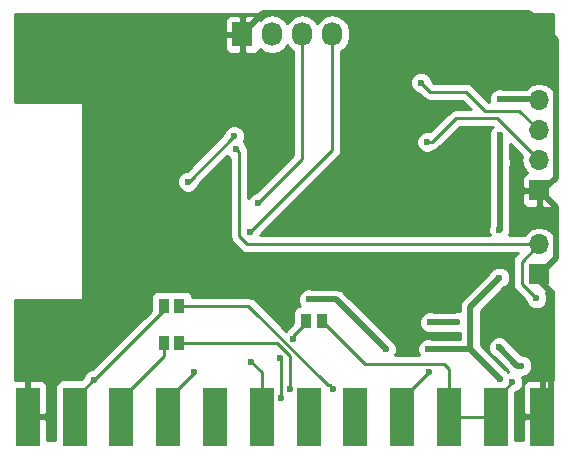
<source format=gbl>
G04 #@! TF.FileFunction,Copper,L2,Bot,Signal*
%FSLAX46Y46*%
G04 Gerber Fmt 4.6, Leading zero omitted, Abs format (unit mm)*
G04 Created by KiCad (PCBNEW 4.0.6) date Sat Aug  5 17:49:28 2017*
%MOMM*%
%LPD*%
G01*
G04 APERTURE LIST*
%ADD10C,0.100000*%
%ADD11R,1.727200X2.032000*%
%ADD12O,1.727200X2.032000*%
%ADD13R,0.970000X1.270000*%
%ADD14R,1.700000X1.700000*%
%ADD15O,1.700000X1.700000*%
%ADD16R,2.000000X5.000000*%
%ADD17C,0.600000*%
%ADD18C,0.508000*%
%ADD19C,0.254000*%
G04 APERTURE END LIST*
D10*
D11*
X82804000Y-110998000D03*
D12*
X85344000Y-110998000D03*
X87884000Y-110998000D03*
X90424000Y-110998000D03*
D13*
X77475000Y-133985000D03*
X76195000Y-133985000D03*
X88240000Y-135255000D03*
X89520000Y-135255000D03*
X77475000Y-137160000D03*
X76195000Y-137160000D03*
D14*
X107950000Y-124206000D03*
D15*
X107950000Y-121666000D03*
X107950000Y-119126000D03*
X107950000Y-116586000D03*
D14*
X107950000Y-131318000D03*
D15*
X107950000Y-128778000D03*
D16*
X108215000Y-143360000D03*
X104255000Y-143360000D03*
X100295000Y-143360000D03*
X96335000Y-143360000D03*
X92375000Y-143360000D03*
X88415000Y-143360000D03*
X84455000Y-143360000D03*
X80495000Y-143360000D03*
X76535000Y-143360000D03*
X72575000Y-143360000D03*
X68615000Y-143360000D03*
X64655000Y-143360000D03*
D17*
X106426000Y-139039600D03*
X104540006Y-137500000D03*
X98720000Y-135380000D03*
X100990000Y-135380000D03*
X69773800Y-130124200D03*
X91186000Y-130352800D03*
X64660000Y-139550000D03*
X90500000Y-141010000D03*
X70220000Y-140300000D03*
X87119628Y-136782266D03*
X86033974Y-138386027D03*
X86050000Y-141780000D03*
X105660000Y-140410000D03*
X86859970Y-141057839D03*
X88442800Y-133426200D03*
X94970600Y-137668000D03*
X104572968Y-127570000D03*
X104572968Y-131590000D03*
X98558990Y-137650000D03*
X104600000Y-140160000D03*
X104600000Y-121840000D03*
X104600000Y-119560000D03*
X104610000Y-116500000D03*
X98600000Y-139610008D03*
X78760000Y-139610000D03*
X98440000Y-120110000D03*
X97940000Y-115090000D03*
X82245200Y-120700800D03*
X107700000Y-133339994D03*
X83439000Y-127762000D03*
X84150200Y-125298200D03*
X83540600Y-138709400D03*
X78206600Y-123469400D03*
X82118200Y-119608600D03*
D18*
X106079606Y-139039600D02*
X106426000Y-139039600D01*
X104540006Y-137500000D02*
X106079606Y-139039600D01*
X100990000Y-135380000D02*
X98720000Y-135380000D01*
X90957400Y-130124200D02*
X69773800Y-130124200D01*
X91186000Y-130352800D02*
X90957400Y-130124200D01*
X107950000Y-124206000D02*
X108305600Y-124206000D01*
X108305600Y-124206000D02*
X109372400Y-123139200D01*
X84582000Y-109220000D02*
X82804000Y-110998000D01*
X107086400Y-109220000D02*
X84582000Y-109220000D01*
X109372400Y-111506000D02*
X107086400Y-109220000D01*
X109372400Y-123139200D02*
X109372400Y-111506000D01*
X107950000Y-131318000D02*
X107975400Y-131318000D01*
X107975400Y-131318000D02*
X109372400Y-129921000D01*
X109372400Y-125628400D02*
X107950000Y-124206000D01*
X109372400Y-129921000D02*
X109372400Y-125628400D01*
X107950000Y-131318000D02*
X107950000Y-131826000D01*
X107950000Y-131826000D02*
X108966000Y-132842000D01*
X108966000Y-132842000D02*
X108966000Y-142609000D01*
X108966000Y-142609000D02*
X108215000Y-143360000D01*
X82804000Y-110998000D02*
X82804000Y-110845600D01*
X64655000Y-143360000D02*
X64655000Y-139555000D01*
X64655000Y-139555000D02*
X64660000Y-139550000D01*
X108610000Y-141200000D02*
X108610000Y-142965000D01*
X108610000Y-142965000D02*
X108215000Y-143360000D01*
X107950000Y-124206000D02*
X108206000Y-124206000D01*
D19*
X83314478Y-133985000D02*
X78214000Y-133985000D01*
X78214000Y-133985000D02*
X77475000Y-133985000D01*
X90039479Y-140710001D02*
X83314478Y-133985000D01*
X90200001Y-140710001D02*
X90039479Y-140710001D01*
X90500000Y-141010000D02*
X90200001Y-140710001D01*
X70220000Y-140300000D02*
X76195000Y-134325000D01*
X76195000Y-134325000D02*
X76195000Y-133985000D01*
X68615000Y-141860000D02*
X70175000Y-140300000D01*
X68615000Y-143360000D02*
X68615000Y-141860000D01*
X70175000Y-140300000D02*
X70220000Y-140300000D01*
X87119628Y-136525372D02*
X87119628Y-136782266D01*
X86050000Y-138402053D02*
X86033974Y-138386027D01*
X88240000Y-135405000D02*
X87119628Y-136525372D01*
X88240000Y-135255000D02*
X88240000Y-135405000D01*
X86050000Y-141780000D02*
X86050000Y-138402053D01*
X104255000Y-143360000D02*
X103001000Y-143360000D01*
X103001000Y-143360000D02*
X100295000Y-143360000D01*
X100295000Y-143360000D02*
X100295000Y-139345000D01*
X100295000Y-139345000D02*
X99878998Y-138928998D01*
X99878998Y-138928998D02*
X93178998Y-138928998D01*
X93178998Y-138928998D02*
X89520000Y-135270000D01*
X89520000Y-135270000D02*
X89520000Y-135255000D01*
X105660000Y-140455000D02*
X105660000Y-140410000D01*
X104255000Y-141860000D02*
X105660000Y-140455000D01*
X104255000Y-143360000D02*
X104255000Y-141860000D01*
X86859970Y-140633575D02*
X86859970Y-141057839D01*
X86859970Y-138248928D02*
X86859970Y-140633575D01*
X85771042Y-137160000D02*
X86859970Y-138248928D01*
X77475000Y-137160000D02*
X85771042Y-137160000D01*
X76195000Y-137160000D02*
X76195000Y-138240000D01*
X72575000Y-143360000D02*
X72575000Y-141860000D01*
X72575000Y-141860000D02*
X76195000Y-138240000D01*
D18*
X88867064Y-133426200D02*
X88442800Y-133426200D01*
X94970600Y-137668000D02*
X90728800Y-133426200D01*
X90728800Y-133426200D02*
X88867064Y-133426200D01*
X102090000Y-137650000D02*
X102090000Y-134072968D01*
X104600000Y-127542968D02*
X104572968Y-127570000D01*
X104272969Y-131889999D02*
X104572968Y-131590000D01*
X104600000Y-121840000D02*
X104600000Y-127542968D01*
X102090000Y-134072968D02*
X104272969Y-131889999D01*
X102090000Y-137650000D02*
X98983254Y-137650000D01*
X104600000Y-140160000D02*
X102090000Y-137650000D01*
X98983254Y-137650000D02*
X98558990Y-137650000D01*
X104600000Y-119560000D02*
X104600000Y-121840000D01*
X104610000Y-116500000D02*
X107864000Y-116500000D01*
X107864000Y-116500000D02*
X107950000Y-116586000D01*
D19*
X98584992Y-139610008D02*
X98600000Y-139610008D01*
X96335000Y-143360000D02*
X96335000Y-141860000D01*
X96335000Y-141860000D02*
X98584992Y-139610008D01*
X92375000Y-143360000D02*
X92375000Y-141860000D01*
X78760000Y-139635000D02*
X78760000Y-139610000D01*
X76535000Y-141860000D02*
X78760000Y-139635000D01*
X76535000Y-143360000D02*
X76535000Y-141860000D01*
X107950000Y-121666000D02*
X104354000Y-118070000D01*
X104354000Y-118070000D02*
X100904264Y-118070000D01*
X100904264Y-118070000D02*
X98864264Y-120110000D01*
X98864264Y-120110000D02*
X98440000Y-120110000D01*
X97940000Y-115090000D02*
X98690000Y-115840000D01*
X106274000Y-117450000D02*
X107950000Y-119126000D01*
X98690000Y-115840000D02*
X101740000Y-115840000D01*
X101740000Y-115840000D02*
X103350000Y-117450000D01*
X103350000Y-117450000D02*
X106274000Y-117450000D01*
X107950000Y-128778000D02*
X83210400Y-128778000D01*
X82545199Y-121000799D02*
X82245200Y-120700800D01*
X83210400Y-128778000D02*
X82545199Y-128112799D01*
X82545199Y-128112799D02*
X82545199Y-121000799D01*
X107400001Y-133039995D02*
X107700000Y-133339994D01*
X107950000Y-128778000D02*
X106470000Y-130258000D01*
X106470000Y-130258000D02*
X106470000Y-132109994D01*
X106470000Y-132109994D02*
X107400001Y-133039995D01*
X83738999Y-127462001D02*
X83439000Y-127762000D01*
X90424000Y-120777000D02*
X83738999Y-127462001D01*
X90424000Y-110998000D02*
X90424000Y-120777000D01*
X87884000Y-110998000D02*
X87884000Y-121564400D01*
X87884000Y-121564400D02*
X84150200Y-125298200D01*
X87884000Y-110998000D02*
X87832000Y-110998000D01*
X83540600Y-138709400D02*
X84455000Y-139623800D01*
X84455000Y-139623800D02*
X84455000Y-143360000D01*
X84455000Y-142163800D02*
X84455000Y-143360000D01*
X78257400Y-123469400D02*
X78206600Y-123469400D01*
X82118200Y-119608600D02*
X78257400Y-123469400D01*
G36*
X109145000Y-115709333D02*
X109029147Y-115535946D01*
X108547378Y-115214039D01*
X107979093Y-115101000D01*
X107920907Y-115101000D01*
X107352622Y-115214039D01*
X106870853Y-115535946D01*
X106820704Y-115611000D01*
X104907189Y-115611000D01*
X104796799Y-115565162D01*
X104424833Y-115564838D01*
X104081057Y-115706883D01*
X103817808Y-115969673D01*
X103675162Y-116313201D01*
X103674838Y-116685167D01*
X103676009Y-116688000D01*
X103665630Y-116688000D01*
X102278815Y-115301185D01*
X102148392Y-115214039D01*
X102031605Y-115136004D01*
X101740000Y-115078000D01*
X99005630Y-115078000D01*
X98875125Y-114947495D01*
X98875162Y-114904833D01*
X98733117Y-114561057D01*
X98470327Y-114297808D01*
X98126799Y-114155162D01*
X97754833Y-114154838D01*
X97411057Y-114296883D01*
X97147808Y-114559673D01*
X97005162Y-114903201D01*
X97004838Y-115275167D01*
X97146883Y-115618943D01*
X97409673Y-115882192D01*
X97753201Y-116024838D01*
X97797246Y-116024876D01*
X98151185Y-116378815D01*
X98398395Y-116543996D01*
X98690000Y-116602000D01*
X101424370Y-116602000D01*
X102130370Y-117308000D01*
X100904264Y-117308000D01*
X100612659Y-117366004D01*
X100550812Y-117407329D01*
X100365449Y-117531184D01*
X98693694Y-119202940D01*
X98626799Y-119175162D01*
X98254833Y-119174838D01*
X97911057Y-119316883D01*
X97647808Y-119579673D01*
X97505162Y-119923201D01*
X97504838Y-120295167D01*
X97646883Y-120638943D01*
X97909673Y-120902192D01*
X98253201Y-121044838D01*
X98625167Y-121045162D01*
X98968943Y-120903117D01*
X99033920Y-120838253D01*
X99155869Y-120813996D01*
X99403079Y-120648815D01*
X101219895Y-118832000D01*
X104005826Y-118832000D01*
X103807808Y-119029673D01*
X103665162Y-119373201D01*
X103664838Y-119745167D01*
X103711000Y-119856888D01*
X103711000Y-121542811D01*
X103665162Y-121653201D01*
X103664838Y-122025167D01*
X103711000Y-122136888D01*
X103711000Y-127207711D01*
X103638130Y-127383201D01*
X103637806Y-127755167D01*
X103745580Y-128016000D01*
X84345934Y-128016000D01*
X84373838Y-127948799D01*
X84373876Y-127904754D01*
X90962815Y-121315815D01*
X91127996Y-121068605D01*
X91132659Y-121045162D01*
X91186000Y-120777000D01*
X91186000Y-112441312D01*
X91483670Y-112242415D01*
X91808526Y-111756234D01*
X91922600Y-111182745D01*
X91922600Y-110813255D01*
X91808526Y-110239766D01*
X91483670Y-109753585D01*
X90997489Y-109428729D01*
X90424000Y-109314655D01*
X89850511Y-109428729D01*
X89364330Y-109753585D01*
X89154000Y-110068366D01*
X88943670Y-109753585D01*
X88457489Y-109428729D01*
X87884000Y-109314655D01*
X87310511Y-109428729D01*
X86824330Y-109753585D01*
X86614000Y-110068366D01*
X86403670Y-109753585D01*
X85917489Y-109428729D01*
X85344000Y-109314655D01*
X84770511Y-109428729D01*
X84284330Y-109753585D01*
X84269500Y-109775780D01*
X84205927Y-109622301D01*
X84027298Y-109443673D01*
X83793909Y-109347000D01*
X83089750Y-109347000D01*
X82931000Y-109505750D01*
X82931000Y-110871000D01*
X82951000Y-110871000D01*
X82951000Y-111125000D01*
X82931000Y-111125000D01*
X82931000Y-112490250D01*
X83089750Y-112649000D01*
X83793909Y-112649000D01*
X84027298Y-112552327D01*
X84205927Y-112373699D01*
X84269500Y-112220220D01*
X84284330Y-112242415D01*
X84770511Y-112567271D01*
X85344000Y-112681345D01*
X85917489Y-112567271D01*
X86403670Y-112242415D01*
X86614000Y-111927634D01*
X86824330Y-112242415D01*
X87122000Y-112441312D01*
X87122000Y-121248769D01*
X84007695Y-124363075D01*
X83965033Y-124363038D01*
X83621257Y-124505083D01*
X83358008Y-124767873D01*
X83307199Y-124890234D01*
X83307199Y-121000799D01*
X83249195Y-120709194D01*
X83183033Y-120610176D01*
X83180283Y-120606061D01*
X83180362Y-120515633D01*
X83038317Y-120171857D01*
X82938315Y-120071681D01*
X83053038Y-119795399D01*
X83053362Y-119423433D01*
X82911317Y-119079657D01*
X82648527Y-118816408D01*
X82304999Y-118673762D01*
X81933033Y-118673438D01*
X81589257Y-118815483D01*
X81326008Y-119078273D01*
X81183362Y-119421801D01*
X81183324Y-119465845D01*
X78114851Y-122534319D01*
X78021433Y-122534238D01*
X77677657Y-122676283D01*
X77414408Y-122939073D01*
X77271762Y-123282601D01*
X77271438Y-123654567D01*
X77413483Y-123998343D01*
X77676273Y-124261592D01*
X78019801Y-124404238D01*
X78391767Y-124404562D01*
X78735543Y-124262517D01*
X78998792Y-123999727D01*
X79136614Y-123667816D01*
X81513332Y-121291099D01*
X81714873Y-121492992D01*
X81783199Y-121521364D01*
X81783199Y-128112799D01*
X81841203Y-128404404D01*
X81941907Y-128555117D01*
X82006384Y-128651614D01*
X82671584Y-129316815D01*
X82918795Y-129481996D01*
X83210400Y-129540000D01*
X106110370Y-129540000D01*
X105931185Y-129719185D01*
X105766004Y-129966395D01*
X105708000Y-130258000D01*
X105708000Y-132109994D01*
X105766004Y-132401599D01*
X105920677Y-132633083D01*
X105931185Y-132648809D01*
X106764875Y-133482499D01*
X106764838Y-133525161D01*
X106906883Y-133868937D01*
X107169673Y-134132186D01*
X107513201Y-134274832D01*
X107885167Y-134275156D01*
X108228943Y-134133111D01*
X108492192Y-133870321D01*
X108634838Y-133526793D01*
X108635162Y-133154827D01*
X108493117Y-132811051D01*
X108485080Y-132803000D01*
X108926309Y-132803000D01*
X109145000Y-132712415D01*
X109145000Y-140225000D01*
X108500750Y-140225000D01*
X108342000Y-140383750D01*
X108342000Y-143233000D01*
X108362000Y-143233000D01*
X108362000Y-143487000D01*
X108342000Y-143487000D01*
X108342000Y-143507000D01*
X108088000Y-143507000D01*
X108088000Y-143487000D01*
X106738750Y-143487000D01*
X106580000Y-143645750D01*
X106580000Y-145340000D01*
X105902440Y-145340000D01*
X105902440Y-141321497D01*
X106188943Y-141203117D01*
X106452192Y-140940327D01*
X106537995Y-140733690D01*
X106580000Y-140733690D01*
X106580000Y-143074250D01*
X106738750Y-143233000D01*
X108088000Y-143233000D01*
X108088000Y-140383750D01*
X107929250Y-140225000D01*
X107088691Y-140225000D01*
X106855302Y-140321673D01*
X106676673Y-140500301D01*
X106580000Y-140733690D01*
X106537995Y-140733690D01*
X106594838Y-140596799D01*
X106595162Y-140224833D01*
X106491792Y-139974658D01*
X106611167Y-139974762D01*
X106954943Y-139832717D01*
X107218192Y-139569927D01*
X107360838Y-139226399D01*
X107361162Y-138854433D01*
X107219117Y-138510657D01*
X106956327Y-138247408D01*
X106612799Y-138104762D01*
X106401820Y-138104578D01*
X105378768Y-137081526D01*
X105333123Y-136971057D01*
X105070333Y-136707808D01*
X104726805Y-136565162D01*
X104354839Y-136564838D01*
X104011063Y-136706883D01*
X103747814Y-136969673D01*
X103605168Y-137313201D01*
X103604844Y-137685167D01*
X103746889Y-138028943D01*
X104009679Y-138292192D01*
X104121319Y-138338549D01*
X105321121Y-139538351D01*
X105306573Y-139544362D01*
X105130327Y-139367808D01*
X105018687Y-139321451D01*
X102979000Y-137281764D01*
X102979000Y-134441204D01*
X104991442Y-132428762D01*
X105101911Y-132383117D01*
X105365160Y-132120327D01*
X105507806Y-131776799D01*
X105508130Y-131404833D01*
X105366085Y-131061057D01*
X105103295Y-130797808D01*
X104759767Y-130655162D01*
X104387801Y-130654838D01*
X104044025Y-130796883D01*
X103780776Y-131059673D01*
X103734419Y-131171313D01*
X101461382Y-133444350D01*
X101268671Y-133732762D01*
X101201000Y-134072968D01*
X101201000Y-134455211D01*
X101176799Y-134445162D01*
X100804833Y-134444838D01*
X100693112Y-134491000D01*
X99017189Y-134491000D01*
X98906799Y-134445162D01*
X98534833Y-134444838D01*
X98191057Y-134586883D01*
X97927808Y-134849673D01*
X97785162Y-135193201D01*
X97784838Y-135565167D01*
X97926883Y-135908943D01*
X98189673Y-136172192D01*
X98533201Y-136314838D01*
X98905167Y-136315162D01*
X99016888Y-136269000D01*
X100692811Y-136269000D01*
X100803201Y-136314838D01*
X101175167Y-136315162D01*
X101201000Y-136304488D01*
X101201000Y-136761000D01*
X98856179Y-136761000D01*
X98745789Y-136715162D01*
X98373823Y-136714838D01*
X98030047Y-136856883D01*
X97766798Y-137119673D01*
X97624152Y-137463201D01*
X97623828Y-137835167D01*
X97760937Y-138166998D01*
X95775801Y-138166998D01*
X95905438Y-137854799D01*
X95905762Y-137482833D01*
X95763717Y-137139057D01*
X95500927Y-136875808D01*
X95389287Y-136829451D01*
X91357418Y-132797582D01*
X91291548Y-132753569D01*
X91069006Y-132604871D01*
X90728800Y-132537200D01*
X88739989Y-132537200D01*
X88629599Y-132491362D01*
X88257633Y-132491038D01*
X87913857Y-132633083D01*
X87650608Y-132895873D01*
X87507962Y-133239401D01*
X87507638Y-133611367D01*
X87649683Y-133955143D01*
X87680974Y-133986489D01*
X87519683Y-134016838D01*
X87303559Y-134155910D01*
X87158569Y-134368110D01*
X87107560Y-134620000D01*
X87107560Y-135459810D01*
X86580813Y-135986557D01*
X86555837Y-136023937D01*
X86493386Y-136086278D01*
X83853293Y-133446185D01*
X83850547Y-133444350D01*
X83606083Y-133281004D01*
X83314478Y-133223000D01*
X78583543Y-133223000D01*
X78563162Y-133114683D01*
X78424090Y-132898559D01*
X78211890Y-132753569D01*
X77960000Y-132702560D01*
X76990000Y-132702560D01*
X76829310Y-132732796D01*
X76680000Y-132702560D01*
X75710000Y-132702560D01*
X75474683Y-132746838D01*
X75258559Y-132885910D01*
X75113569Y-133098110D01*
X75062560Y-133350000D01*
X75062560Y-134379810D01*
X70077495Y-139364875D01*
X70034833Y-139364838D01*
X69691057Y-139506883D01*
X69427808Y-139769673D01*
X69285867Y-140111503D01*
X69184810Y-140212560D01*
X67615000Y-140212560D01*
X67379683Y-140256838D01*
X67163559Y-140395910D01*
X67018569Y-140608110D01*
X66967560Y-140860000D01*
X66967560Y-145340000D01*
X66290000Y-145340000D01*
X66290000Y-143645750D01*
X66131250Y-143487000D01*
X64782000Y-143487000D01*
X64782000Y-143507000D01*
X64528000Y-143507000D01*
X64528000Y-143487000D01*
X64508000Y-143487000D01*
X64508000Y-143233000D01*
X64528000Y-143233000D01*
X64528000Y-140383750D01*
X64782000Y-140383750D01*
X64782000Y-143233000D01*
X66131250Y-143233000D01*
X66290000Y-143074250D01*
X66290000Y-140733690D01*
X66193327Y-140500301D01*
X66014698Y-140321673D01*
X65781309Y-140225000D01*
X64940750Y-140225000D01*
X64782000Y-140383750D01*
X64528000Y-140383750D01*
X64369250Y-140225000D01*
X63575000Y-140225000D01*
X63575000Y-133477000D01*
X69215000Y-133477000D01*
X69261159Y-133468315D01*
X69303553Y-133441035D01*
X69331994Y-133399410D01*
X69342000Y-133350000D01*
X69342000Y-116840000D01*
X69333315Y-116793841D01*
X69306035Y-116751447D01*
X69264410Y-116723006D01*
X69215000Y-116713000D01*
X63575000Y-116713000D01*
X63575000Y-111283750D01*
X81305400Y-111283750D01*
X81305400Y-112140310D01*
X81402073Y-112373699D01*
X81580702Y-112552327D01*
X81814091Y-112649000D01*
X82518250Y-112649000D01*
X82677000Y-112490250D01*
X82677000Y-111125000D01*
X81464150Y-111125000D01*
X81305400Y-111283750D01*
X63575000Y-111283750D01*
X63575000Y-109855690D01*
X81305400Y-109855690D01*
X81305400Y-110712250D01*
X81464150Y-110871000D01*
X82677000Y-110871000D01*
X82677000Y-109505750D01*
X82518250Y-109347000D01*
X81814091Y-109347000D01*
X81580702Y-109443673D01*
X81402073Y-109622301D01*
X81305400Y-109855690D01*
X63575000Y-109855690D01*
X63575000Y-109295000D01*
X109145000Y-109295000D01*
X109145000Y-115709333D01*
X109145000Y-115709333D01*
G37*
X109145000Y-115709333D02*
X109029147Y-115535946D01*
X108547378Y-115214039D01*
X107979093Y-115101000D01*
X107920907Y-115101000D01*
X107352622Y-115214039D01*
X106870853Y-115535946D01*
X106820704Y-115611000D01*
X104907189Y-115611000D01*
X104796799Y-115565162D01*
X104424833Y-115564838D01*
X104081057Y-115706883D01*
X103817808Y-115969673D01*
X103675162Y-116313201D01*
X103674838Y-116685167D01*
X103676009Y-116688000D01*
X103665630Y-116688000D01*
X102278815Y-115301185D01*
X102148392Y-115214039D01*
X102031605Y-115136004D01*
X101740000Y-115078000D01*
X99005630Y-115078000D01*
X98875125Y-114947495D01*
X98875162Y-114904833D01*
X98733117Y-114561057D01*
X98470327Y-114297808D01*
X98126799Y-114155162D01*
X97754833Y-114154838D01*
X97411057Y-114296883D01*
X97147808Y-114559673D01*
X97005162Y-114903201D01*
X97004838Y-115275167D01*
X97146883Y-115618943D01*
X97409673Y-115882192D01*
X97753201Y-116024838D01*
X97797246Y-116024876D01*
X98151185Y-116378815D01*
X98398395Y-116543996D01*
X98690000Y-116602000D01*
X101424370Y-116602000D01*
X102130370Y-117308000D01*
X100904264Y-117308000D01*
X100612659Y-117366004D01*
X100550812Y-117407329D01*
X100365449Y-117531184D01*
X98693694Y-119202940D01*
X98626799Y-119175162D01*
X98254833Y-119174838D01*
X97911057Y-119316883D01*
X97647808Y-119579673D01*
X97505162Y-119923201D01*
X97504838Y-120295167D01*
X97646883Y-120638943D01*
X97909673Y-120902192D01*
X98253201Y-121044838D01*
X98625167Y-121045162D01*
X98968943Y-120903117D01*
X99033920Y-120838253D01*
X99155869Y-120813996D01*
X99403079Y-120648815D01*
X101219895Y-118832000D01*
X104005826Y-118832000D01*
X103807808Y-119029673D01*
X103665162Y-119373201D01*
X103664838Y-119745167D01*
X103711000Y-119856888D01*
X103711000Y-121542811D01*
X103665162Y-121653201D01*
X103664838Y-122025167D01*
X103711000Y-122136888D01*
X103711000Y-127207711D01*
X103638130Y-127383201D01*
X103637806Y-127755167D01*
X103745580Y-128016000D01*
X84345934Y-128016000D01*
X84373838Y-127948799D01*
X84373876Y-127904754D01*
X90962815Y-121315815D01*
X91127996Y-121068605D01*
X91132659Y-121045162D01*
X91186000Y-120777000D01*
X91186000Y-112441312D01*
X91483670Y-112242415D01*
X91808526Y-111756234D01*
X91922600Y-111182745D01*
X91922600Y-110813255D01*
X91808526Y-110239766D01*
X91483670Y-109753585D01*
X90997489Y-109428729D01*
X90424000Y-109314655D01*
X89850511Y-109428729D01*
X89364330Y-109753585D01*
X89154000Y-110068366D01*
X88943670Y-109753585D01*
X88457489Y-109428729D01*
X87884000Y-109314655D01*
X87310511Y-109428729D01*
X86824330Y-109753585D01*
X86614000Y-110068366D01*
X86403670Y-109753585D01*
X85917489Y-109428729D01*
X85344000Y-109314655D01*
X84770511Y-109428729D01*
X84284330Y-109753585D01*
X84269500Y-109775780D01*
X84205927Y-109622301D01*
X84027298Y-109443673D01*
X83793909Y-109347000D01*
X83089750Y-109347000D01*
X82931000Y-109505750D01*
X82931000Y-110871000D01*
X82951000Y-110871000D01*
X82951000Y-111125000D01*
X82931000Y-111125000D01*
X82931000Y-112490250D01*
X83089750Y-112649000D01*
X83793909Y-112649000D01*
X84027298Y-112552327D01*
X84205927Y-112373699D01*
X84269500Y-112220220D01*
X84284330Y-112242415D01*
X84770511Y-112567271D01*
X85344000Y-112681345D01*
X85917489Y-112567271D01*
X86403670Y-112242415D01*
X86614000Y-111927634D01*
X86824330Y-112242415D01*
X87122000Y-112441312D01*
X87122000Y-121248769D01*
X84007695Y-124363075D01*
X83965033Y-124363038D01*
X83621257Y-124505083D01*
X83358008Y-124767873D01*
X83307199Y-124890234D01*
X83307199Y-121000799D01*
X83249195Y-120709194D01*
X83183033Y-120610176D01*
X83180283Y-120606061D01*
X83180362Y-120515633D01*
X83038317Y-120171857D01*
X82938315Y-120071681D01*
X83053038Y-119795399D01*
X83053362Y-119423433D01*
X82911317Y-119079657D01*
X82648527Y-118816408D01*
X82304999Y-118673762D01*
X81933033Y-118673438D01*
X81589257Y-118815483D01*
X81326008Y-119078273D01*
X81183362Y-119421801D01*
X81183324Y-119465845D01*
X78114851Y-122534319D01*
X78021433Y-122534238D01*
X77677657Y-122676283D01*
X77414408Y-122939073D01*
X77271762Y-123282601D01*
X77271438Y-123654567D01*
X77413483Y-123998343D01*
X77676273Y-124261592D01*
X78019801Y-124404238D01*
X78391767Y-124404562D01*
X78735543Y-124262517D01*
X78998792Y-123999727D01*
X79136614Y-123667816D01*
X81513332Y-121291099D01*
X81714873Y-121492992D01*
X81783199Y-121521364D01*
X81783199Y-128112799D01*
X81841203Y-128404404D01*
X81941907Y-128555117D01*
X82006384Y-128651614D01*
X82671584Y-129316815D01*
X82918795Y-129481996D01*
X83210400Y-129540000D01*
X106110370Y-129540000D01*
X105931185Y-129719185D01*
X105766004Y-129966395D01*
X105708000Y-130258000D01*
X105708000Y-132109994D01*
X105766004Y-132401599D01*
X105920677Y-132633083D01*
X105931185Y-132648809D01*
X106764875Y-133482499D01*
X106764838Y-133525161D01*
X106906883Y-133868937D01*
X107169673Y-134132186D01*
X107513201Y-134274832D01*
X107885167Y-134275156D01*
X108228943Y-134133111D01*
X108492192Y-133870321D01*
X108634838Y-133526793D01*
X108635162Y-133154827D01*
X108493117Y-132811051D01*
X108485080Y-132803000D01*
X108926309Y-132803000D01*
X109145000Y-132712415D01*
X109145000Y-140225000D01*
X108500750Y-140225000D01*
X108342000Y-140383750D01*
X108342000Y-143233000D01*
X108362000Y-143233000D01*
X108362000Y-143487000D01*
X108342000Y-143487000D01*
X108342000Y-143507000D01*
X108088000Y-143507000D01*
X108088000Y-143487000D01*
X106738750Y-143487000D01*
X106580000Y-143645750D01*
X106580000Y-145340000D01*
X105902440Y-145340000D01*
X105902440Y-141321497D01*
X106188943Y-141203117D01*
X106452192Y-140940327D01*
X106537995Y-140733690D01*
X106580000Y-140733690D01*
X106580000Y-143074250D01*
X106738750Y-143233000D01*
X108088000Y-143233000D01*
X108088000Y-140383750D01*
X107929250Y-140225000D01*
X107088691Y-140225000D01*
X106855302Y-140321673D01*
X106676673Y-140500301D01*
X106580000Y-140733690D01*
X106537995Y-140733690D01*
X106594838Y-140596799D01*
X106595162Y-140224833D01*
X106491792Y-139974658D01*
X106611167Y-139974762D01*
X106954943Y-139832717D01*
X107218192Y-139569927D01*
X107360838Y-139226399D01*
X107361162Y-138854433D01*
X107219117Y-138510657D01*
X106956327Y-138247408D01*
X106612799Y-138104762D01*
X106401820Y-138104578D01*
X105378768Y-137081526D01*
X105333123Y-136971057D01*
X105070333Y-136707808D01*
X104726805Y-136565162D01*
X104354839Y-136564838D01*
X104011063Y-136706883D01*
X103747814Y-136969673D01*
X103605168Y-137313201D01*
X103604844Y-137685167D01*
X103746889Y-138028943D01*
X104009679Y-138292192D01*
X104121319Y-138338549D01*
X105321121Y-139538351D01*
X105306573Y-139544362D01*
X105130327Y-139367808D01*
X105018687Y-139321451D01*
X102979000Y-137281764D01*
X102979000Y-134441204D01*
X104991442Y-132428762D01*
X105101911Y-132383117D01*
X105365160Y-132120327D01*
X105507806Y-131776799D01*
X105508130Y-131404833D01*
X105366085Y-131061057D01*
X105103295Y-130797808D01*
X104759767Y-130655162D01*
X104387801Y-130654838D01*
X104044025Y-130796883D01*
X103780776Y-131059673D01*
X103734419Y-131171313D01*
X101461382Y-133444350D01*
X101268671Y-133732762D01*
X101201000Y-134072968D01*
X101201000Y-134455211D01*
X101176799Y-134445162D01*
X100804833Y-134444838D01*
X100693112Y-134491000D01*
X99017189Y-134491000D01*
X98906799Y-134445162D01*
X98534833Y-134444838D01*
X98191057Y-134586883D01*
X97927808Y-134849673D01*
X97785162Y-135193201D01*
X97784838Y-135565167D01*
X97926883Y-135908943D01*
X98189673Y-136172192D01*
X98533201Y-136314838D01*
X98905167Y-136315162D01*
X99016888Y-136269000D01*
X100692811Y-136269000D01*
X100803201Y-136314838D01*
X101175167Y-136315162D01*
X101201000Y-136304488D01*
X101201000Y-136761000D01*
X98856179Y-136761000D01*
X98745789Y-136715162D01*
X98373823Y-136714838D01*
X98030047Y-136856883D01*
X97766798Y-137119673D01*
X97624152Y-137463201D01*
X97623828Y-137835167D01*
X97760937Y-138166998D01*
X95775801Y-138166998D01*
X95905438Y-137854799D01*
X95905762Y-137482833D01*
X95763717Y-137139057D01*
X95500927Y-136875808D01*
X95389287Y-136829451D01*
X91357418Y-132797582D01*
X91291548Y-132753569D01*
X91069006Y-132604871D01*
X90728800Y-132537200D01*
X88739989Y-132537200D01*
X88629599Y-132491362D01*
X88257633Y-132491038D01*
X87913857Y-132633083D01*
X87650608Y-132895873D01*
X87507962Y-133239401D01*
X87507638Y-133611367D01*
X87649683Y-133955143D01*
X87680974Y-133986489D01*
X87519683Y-134016838D01*
X87303559Y-134155910D01*
X87158569Y-134368110D01*
X87107560Y-134620000D01*
X87107560Y-135459810D01*
X86580813Y-135986557D01*
X86555837Y-136023937D01*
X86493386Y-136086278D01*
X83853293Y-133446185D01*
X83850547Y-133444350D01*
X83606083Y-133281004D01*
X83314478Y-133223000D01*
X78583543Y-133223000D01*
X78563162Y-133114683D01*
X78424090Y-132898559D01*
X78211890Y-132753569D01*
X77960000Y-132702560D01*
X76990000Y-132702560D01*
X76829310Y-132732796D01*
X76680000Y-132702560D01*
X75710000Y-132702560D01*
X75474683Y-132746838D01*
X75258559Y-132885910D01*
X75113569Y-133098110D01*
X75062560Y-133350000D01*
X75062560Y-134379810D01*
X70077495Y-139364875D01*
X70034833Y-139364838D01*
X69691057Y-139506883D01*
X69427808Y-139769673D01*
X69285867Y-140111503D01*
X69184810Y-140212560D01*
X67615000Y-140212560D01*
X67379683Y-140256838D01*
X67163559Y-140395910D01*
X67018569Y-140608110D01*
X66967560Y-140860000D01*
X66967560Y-145340000D01*
X66290000Y-145340000D01*
X66290000Y-143645750D01*
X66131250Y-143487000D01*
X64782000Y-143487000D01*
X64782000Y-143507000D01*
X64528000Y-143507000D01*
X64528000Y-143487000D01*
X64508000Y-143487000D01*
X64508000Y-143233000D01*
X64528000Y-143233000D01*
X64528000Y-140383750D01*
X64782000Y-140383750D01*
X64782000Y-143233000D01*
X66131250Y-143233000D01*
X66290000Y-143074250D01*
X66290000Y-140733690D01*
X66193327Y-140500301D01*
X66014698Y-140321673D01*
X65781309Y-140225000D01*
X64940750Y-140225000D01*
X64782000Y-140383750D01*
X64528000Y-140383750D01*
X64369250Y-140225000D01*
X63575000Y-140225000D01*
X63575000Y-133477000D01*
X69215000Y-133477000D01*
X69261159Y-133468315D01*
X69303553Y-133441035D01*
X69331994Y-133399410D01*
X69342000Y-133350000D01*
X69342000Y-116840000D01*
X69333315Y-116793841D01*
X69306035Y-116751447D01*
X69264410Y-116723006D01*
X69215000Y-116713000D01*
X63575000Y-116713000D01*
X63575000Y-111283750D01*
X81305400Y-111283750D01*
X81305400Y-112140310D01*
X81402073Y-112373699D01*
X81580702Y-112552327D01*
X81814091Y-112649000D01*
X82518250Y-112649000D01*
X82677000Y-112490250D01*
X82677000Y-111125000D01*
X81464150Y-111125000D01*
X81305400Y-111283750D01*
X63575000Y-111283750D01*
X63575000Y-109855690D01*
X81305400Y-109855690D01*
X81305400Y-110712250D01*
X81464150Y-110871000D01*
X82677000Y-110871000D01*
X82677000Y-109505750D01*
X82518250Y-109347000D01*
X81814091Y-109347000D01*
X81580702Y-109443673D01*
X81402073Y-109622301D01*
X81305400Y-109855690D01*
X63575000Y-109855690D01*
X63575000Y-109295000D01*
X109145000Y-109295000D01*
X109145000Y-115709333D01*
G36*
X108077000Y-131191000D02*
X108097000Y-131191000D01*
X108097000Y-131445000D01*
X108077000Y-131445000D01*
X108077000Y-131465000D01*
X107823000Y-131465000D01*
X107823000Y-131445000D01*
X107803000Y-131445000D01*
X107803000Y-131191000D01*
X107823000Y-131191000D01*
X107823000Y-131171000D01*
X108077000Y-131171000D01*
X108077000Y-131191000D01*
X108077000Y-131191000D01*
G37*
X108077000Y-131191000D02*
X108097000Y-131191000D01*
X108097000Y-131445000D01*
X108077000Y-131445000D01*
X108077000Y-131465000D01*
X107823000Y-131465000D01*
X107823000Y-131445000D01*
X107803000Y-131445000D01*
X107803000Y-131191000D01*
X107823000Y-131191000D01*
X107823000Y-131171000D01*
X108077000Y-131171000D01*
X108077000Y-131191000D01*
G36*
X106508321Y-121301951D02*
X106435907Y-121666000D01*
X106548946Y-122234285D01*
X106870853Y-122716054D01*
X106914777Y-122745403D01*
X106740302Y-122817673D01*
X106561673Y-122996301D01*
X106465000Y-123229690D01*
X106465000Y-123920250D01*
X106623750Y-124079000D01*
X107823000Y-124079000D01*
X107823000Y-124059000D01*
X108077000Y-124059000D01*
X108077000Y-124079000D01*
X108097000Y-124079000D01*
X108097000Y-124333000D01*
X108077000Y-124333000D01*
X108077000Y-125532250D01*
X108235750Y-125691000D01*
X108926309Y-125691000D01*
X109145000Y-125600415D01*
X109145000Y-127901333D01*
X109029147Y-127727946D01*
X108547378Y-127406039D01*
X107979093Y-127293000D01*
X107920907Y-127293000D01*
X107352622Y-127406039D01*
X106870853Y-127727946D01*
X106678382Y-128016000D01*
X105400176Y-128016000D01*
X105507806Y-127756799D01*
X105508130Y-127384833D01*
X105489000Y-127338535D01*
X105489000Y-124491750D01*
X106465000Y-124491750D01*
X106465000Y-125182310D01*
X106561673Y-125415699D01*
X106740302Y-125594327D01*
X106973691Y-125691000D01*
X107664250Y-125691000D01*
X107823000Y-125532250D01*
X107823000Y-124333000D01*
X106623750Y-124333000D01*
X106465000Y-124491750D01*
X105489000Y-124491750D01*
X105489000Y-122137189D01*
X105534838Y-122026799D01*
X105535162Y-121654833D01*
X105489000Y-121543112D01*
X105489000Y-120282630D01*
X106508321Y-121301951D01*
X106508321Y-121301951D01*
G37*
X106508321Y-121301951D02*
X106435907Y-121666000D01*
X106548946Y-122234285D01*
X106870853Y-122716054D01*
X106914777Y-122745403D01*
X106740302Y-122817673D01*
X106561673Y-122996301D01*
X106465000Y-123229690D01*
X106465000Y-123920250D01*
X106623750Y-124079000D01*
X107823000Y-124079000D01*
X107823000Y-124059000D01*
X108077000Y-124059000D01*
X108077000Y-124079000D01*
X108097000Y-124079000D01*
X108097000Y-124333000D01*
X108077000Y-124333000D01*
X108077000Y-125532250D01*
X108235750Y-125691000D01*
X108926309Y-125691000D01*
X109145000Y-125600415D01*
X109145000Y-127901333D01*
X109029147Y-127727946D01*
X108547378Y-127406039D01*
X107979093Y-127293000D01*
X107920907Y-127293000D01*
X107352622Y-127406039D01*
X106870853Y-127727946D01*
X106678382Y-128016000D01*
X105400176Y-128016000D01*
X105507806Y-127756799D01*
X105508130Y-127384833D01*
X105489000Y-127338535D01*
X105489000Y-124491750D01*
X106465000Y-124491750D01*
X106465000Y-125182310D01*
X106561673Y-125415699D01*
X106740302Y-125594327D01*
X106973691Y-125691000D01*
X107664250Y-125691000D01*
X107823000Y-125532250D01*
X107823000Y-124333000D01*
X106623750Y-124333000D01*
X106465000Y-124491750D01*
X105489000Y-124491750D01*
X105489000Y-122137189D01*
X105534838Y-122026799D01*
X105535162Y-121654833D01*
X105489000Y-121543112D01*
X105489000Y-120282630D01*
X106508321Y-121301951D01*
M02*

</source>
